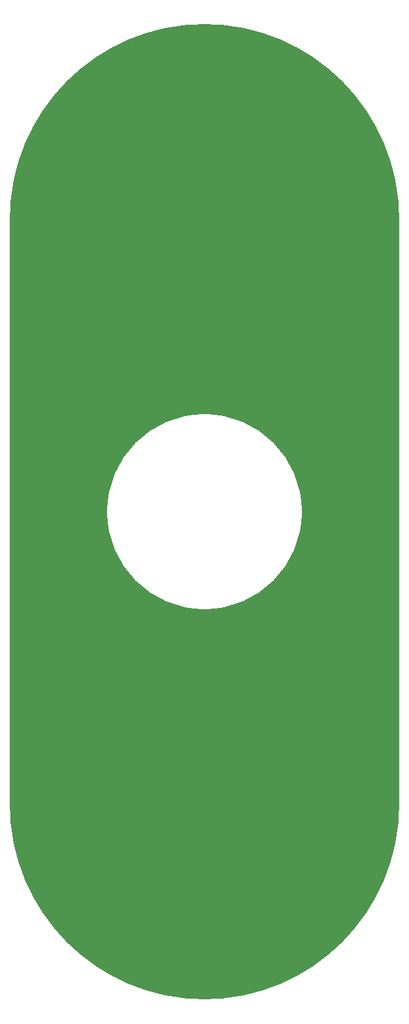
<source format=gbr>
%MOIN*%
%FSLAX23Y23*%
%OFA0.0000B0.0000*%
G90*
%ADD10O,2X5X1*%
D10
X0Y0D03*
M02*

</source>
